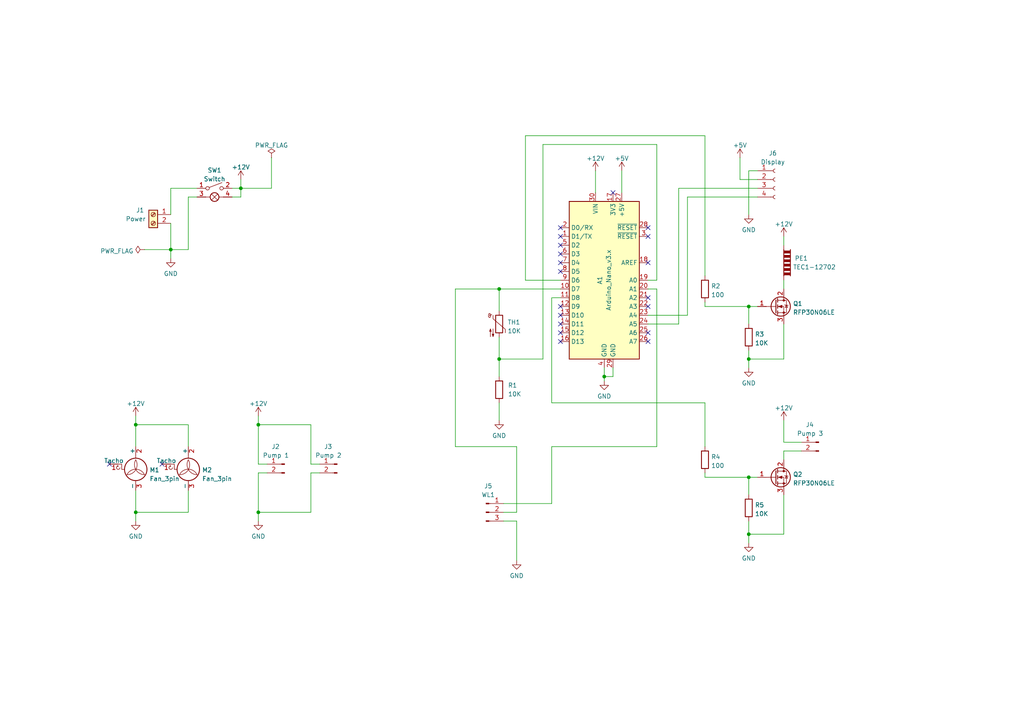
<source format=kicad_sch>
(kicad_sch (version 20211123) (generator eeschema)
  (paper "A4")
  (title_block (title "Atmospheric Water Generator") (date "2022-10-13") (rev "1"))
  (lib_symbols
    (symbol "Connector:Conn_01x02_Male" (pin_names (offset 1.016) hide)
      (property "Reference" "J" (at 0 2.54 0))
      (property "Value" "Conn_01x02_Male" (at 0 -5.08 0))
      (symbol "Conn_01x02_Male_1_1"
        (polyline (pts (xy 1.27 -2.54) (xy 0.8636 -2.54)) (stroke (width 0.1524)))
        (polyline (pts (xy 1.27 0) (xy 0.8636 0)) (stroke (width 0.1524)))
        (rectangle (start 0.8636 -2.413) (end 0 -2.667) (stroke (width 0.1524)) (fill (type outline)))
        (rectangle (start 0.8636 0.127) (end 0 -0.127) (stroke (width 0.1524)) (fill (type outline)))
        (pin passive line (at 5.08 0 180) (length 3.81) (name "Pin_1") (number "1"))
        (pin passive line (at 5.08 -2.54 180) (length 3.81) (name "Pin_2") (number "2"))
      )
    )
    (symbol "Connector:Conn_01x03_Male" (pin_names (offset 1.016) hide)
      (property "Reference" "J" (at 0 5.08 0))
      (property "Value" "Conn_01x03_Male" (at 0 -5.08 0))
      (symbol "Conn_01x03_Male_1_1"
        (polyline (pts (xy 1.27 -2.54) (xy 0.8636 -2.54)) (stroke (width 0.1524)))
        (polyline (pts (xy 1.27 0) (xy 0.8636 0)) (stroke (width 0.1524)))
        (polyline (pts (xy 1.27 2.54) (xy 0.8636 2.54)) (stroke (width 0.1524)))
        (rectangle (start 0.8636 -2.413) (end 0 -2.667) (stroke (width 0.1524)) (fill (type outline)))
        (rectangle (start 0.8636 0.127) (end 0 -0.127) (stroke (width 0.1524)) (fill (type outline)))
        (rectangle (start 0.8636 2.667) (end 0 2.413) (stroke (width 0.1524)) (fill (type outline)))
        (pin passive line (at 5.08 2.54 180) (length 3.81) (name "Pin_1") (number "1"))
        (pin passive line (at 5.08 0 180) (length 3.81) (name "Pin_2") (number "2"))
        (pin passive line (at 5.08 -2.54 180) (length 3.81) (name "Pin_3") (number "3"))
      )
    )
    (symbol "Connector:Conn_01x04_Female" (pin_names (offset 1.016) hide)
      (property "Reference" "J" (at 0 5.08 0))
      (property "Value" "Conn_01x04_Female" (at 0 -7.62 0))
      (symbol "Conn_01x04_Female_1_1"
        (arc (start 0 -4.572) (mid -0.508 -5.08) (end 0 -5.588) (stroke (width 0.1524)))
        (arc (start 0 -2.032) (mid -0.508 -2.54) (end 0 -3.048) (stroke (width 0.1524)))
        (polyline (pts (xy -1.27 -5.08) (xy -0.508 -5.08)) (stroke (width 0.1524)))
        (polyline (pts (xy -1.27 -2.54) (xy -0.508 -2.54)) (stroke (width 0.1524)))
        (polyline (pts (xy -1.27 0) (xy -0.508 0)) (stroke (width 0.1524)))
        (polyline (pts (xy -1.27 2.54) (xy -0.508 2.54)) (stroke (width 0.1524)))
        (arc (start 0 0.508) (mid -0.508 0) (end 0 -0.508) (stroke (width 0.1524)))
        (arc (start 0 3.048) (mid -0.508 2.54) (end 0 2.032) (stroke (width 0.1524)))
        (pin passive line (at -5.08 2.54 0) (length 3.81) (name "Pin_1") (number "1"))
        (pin passive line (at -5.08 0 0) (length 3.81) (name "Pin_2") (number "2"))
        (pin passive line (at -5.08 -2.54 0) (length 3.81) (name "Pin_3") (number "3"))
        (pin passive line (at -5.08 -5.08 0) (length 3.81) (name "Pin_4") (number "4"))
      )
    )
    (symbol "Connector:Screw_Terminal_01x02" (pin_names (offset 1.016) hide)
      (property "Reference" "J" (at 0 2.54 0))
      (property "Value" "Screw_Terminal_01x02" (at 0 -5.08 0))
      (symbol "Screw_Terminal_01x02_1_1"
        (rectangle (start -1.27 1.27) (end 1.27 -3.81) (stroke (width 0.254)) (fill (type background)))
        (circle (center 0 -2.54) (radius 0.635) (stroke (width 0.1524)))
        (polyline (pts (xy -0.5334 -2.2098) (xy 0.3302 -3.048)) (stroke (width 0.1524)))
        (polyline (pts (xy -0.5334 0.3302) (xy 0.3302 -0.508)) (stroke (width 0.1524)))
        (polyline (pts (xy -0.3556 -2.032) (xy 0.508 -2.8702)) (stroke (width 0.1524)))
        (polyline (pts (xy -0.3556 0.508) (xy 0.508 -0.3302)) (stroke (width 0.1524)))
        (circle (center 0 0) (radius 0.635) (stroke (width 0.1524)))
        (pin passive line (at -5.08 0 0) (length 3.81) (name "Pin_1") (number "1"))
        (pin passive line (at -5.08 -2.54 0) (length 3.81) (name "Pin_2") (number "2"))
      )
    )
    (symbol "Device:PeltierElement" (pin_numbers hide) (pin_names (offset 0))
      (property "Reference" "PE" (at 0 3.175 0))
      (property "Value" "PeltierElement" (at 0 -1.27 0))
      (symbol "PeltierElement_0_1"
        (rectangle (start -3.556 1.905) (end -2.921 0) (fill (type outline)))
        (rectangle (start -2.286 1.905) (end -1.651 0) (fill (type outline)))
        (rectangle (start -0.381 1.905) (end -1.016 0) (fill (type outline)))
        (polyline (pts (xy -3.81 0) (xy 3.81 0)) (stroke (width 0.254)) (fill (type outline)))
        (polyline (pts (xy -3.81 1.905) (xy 3.81 1.905)) (stroke (width 0.254)))
        (rectangle (start 0.889 1.905) (end 0.254 0) (fill (type outline)))
        (rectangle (start 1.524 0) (end 2.159 1.905) (fill (type outline)))
        (rectangle (start 2.794 0) (end 3.429 1.905) (fill (type outline)))
      )
      (symbol "PeltierElement_1_1"
        (pin passive line (at -5.08 0 0) (length 1.27) (name "~") (number "1"))
        (pin passive line (at 5.08 0 180) (length 1.27) (name "~") (number "2"))
      )
    )
    (symbol "Device:Q_NMOS_GDS" (pin_names (offset 0) hide)
      (property "Reference" "Q" (at 5.08 1.27 0))
      (property "Value" "Q_NMOS_GDS" (at 5.08 -1.27 0))
      (symbol "Q_NMOS_GDS_0_1"
        (polyline (pts (xy 0.254 0) (xy -2.54 0)))
        (polyline (pts (xy 0.254 1.905) (xy 0.254 -1.905)) (stroke (width 0.254)))
        (polyline (pts (xy 0.762 -1.27) (xy 0.762 -2.286)) (stroke (width 0.254)))
        (polyline (pts (xy 0.762 0.508) (xy 0.762 -0.508)) (stroke (width 0.254)))
        (polyline (pts (xy 0.762 2.286) (xy 0.762 1.27)) (stroke (width 0.254)))
        (polyline (pts (xy 2.54 2.54) (xy 2.54 1.778)))
        (polyline (pts (xy 2.54 -2.54) (xy 2.54 0) (xy 0.762 0)))
        (polyline (pts (xy 0.762 -1.778) (xy 3.302 -1.778) (xy 3.302 1.778) (xy 0.762 1.778)))
        (polyline (pts (xy 1.016 0) (xy 2.032 0.381) (xy 2.032 -0.381) (xy 1.016 0)) (fill (type outline)))
        (polyline (pts (xy 2.794 0.508) (xy 2.921 0.381) (xy 3.683 0.381) (xy 3.81 0.254)))
        (polyline (pts (xy 3.302 0.381) (xy 2.921 -0.254) (xy 3.683 -0.254) (xy 3.302 0.381)))
        (circle (center 1.651 0) (radius 2.794) (stroke (width 0.254)))
        (circle (center 2.54 -1.778) (radius 0.254) (fill (type outline)))
        (circle (center 2.54 1.778) (radius 0.254) (fill (type outline)))
      )
      (symbol "Q_NMOS_GDS_1_1"
        (pin input line (at -5.08 0 0) (length 2.54) (name "G") (number "1"))
        (pin passive line (at 2.54 5.08 270) (length 2.54) (name "D") (number "2"))
        (pin passive line (at 2.54 -5.08 90) (length 2.54) (name "S") (number "3"))
      )
    )
    (symbol "Device:R" (pin_numbers hide) (pin_names (offset 0))
      (property "Reference" "R" (at 2.032 0 90))
      (property "Value" "R" (at 0 0 90))
      (symbol "R_0_1"
        (rectangle (start -1.016 -2.54) (end 1.016 2.54) (stroke (width 0.254)))
      )
      (symbol "R_1_1"
        (pin passive line (at 0 3.81 270) (length 1.27) (name "~") (number "1"))
        (pin passive line (at 0 -3.81 90) (length 1.27) (name "~") (number "2"))
      )
    )
    (symbol "Device:Thermistor_NTC" (pin_numbers hide) (pin_names (offset 0))
      (property "Reference" "TH" (at -4.445 0 90))
      (property "Value" "Thermistor_NTC" (at 3.175 0 90))
      (symbol "Thermistor_NTC_0_1"
        (arc (start -3.048 2.159) (mid -3.0495 2.3143) (end -3.175 2.413))
        (arc (start -3.048 2.159) (mid -2.9736 1.9794) (end -2.794 1.905))
        (arc (start -3.048 2.794) (mid -2.9736 2.6144) (end -2.794 2.54))
        (arc (start -2.794 1.905) (mid -2.6144 1.9794) (end -2.54 2.159))
        (arc (start -2.794 2.54) (mid -2.4393 2.5587) (end -2.159 2.794))
        (arc (start -2.794 3.048) (mid -2.9736 2.9736) (end -3.048 2.794))
        (arc (start -2.54 2.794) (mid -2.6144 2.9736) (end -2.794 3.048))
        (rectangle (start -1.016 2.54) (end 1.016 -2.54) (stroke (width 0.254)))
        (polyline (pts (xy -2.54 2.159) (xy -2.54 2.794)))
        (polyline (pts (xy -1.778 2.54) (xy -1.778 1.524) (xy 1.778 -1.524) (xy 1.778 -2.54)))
        (polyline (pts (xy -2.54 -3.683) (xy -2.54 -1.397) (xy -2.794 -2.159) (xy -2.286 -2.159) (xy -2.54 -1.397) (xy -2.54 -1.651)) (fill (type outline)))
        (polyline (pts (xy -1.778 -1.397) (xy -1.778 -3.683) (xy -2.032 -2.921) (xy -1.524 -2.921) (xy -1.778 -3.683) (xy -1.778 -3.429)) (fill (type outline)))
      )
      (symbol "Thermistor_NTC_1_1"
        (pin passive line (at 0 3.81 270) (length 1.27) (name "~") (number "1"))
        (pin passive line (at 0 -3.81 90) (length 1.27) (name "~") (number "2"))
      )
    )
    (symbol "MCU_Module:Arduino_Nano_v3.x"
      (property "Reference" "A" (at -10.16 23.495 0))
      (property "Value" "Arduino_Nano_v3.x" (at 5.08 -24.13 0))
      (symbol "Arduino_Nano_v3.x_0_1"
        (rectangle (start -10.16 22.86) (end 10.16 -22.86) (stroke (width 0.254)) (fill (type background)))
      )
      (symbol "Arduino_Nano_v3.x_1_1"
        (pin bidirectional line (at -12.7 12.7 0) (length 2.54) (name "D1/TX") (number "1"))
        (pin bidirectional line (at -12.7 -2.54 0) (length 2.54) (name "D7") (number "10"))
        (pin bidirectional line (at -12.7 -5.08 0) (length 2.54) (name "D8") (number "11"))
        (pin bidirectional line (at -12.7 -7.62 0) (length 2.54) (name "D9") (number "12"))
        (pin bidirectional line (at -12.7 -10.16 0) (length 2.54) (name "D10") (number "13"))
        (pin bidirectional line (at -12.7 -12.7 0) (length 2.54) (name "D11") (number "14"))
        (pin bidirectional line (at -12.7 -15.24 0) (length 2.54) (name "D12") (number "15"))
        (pin bidirectional line (at -12.7 -17.78 0) (length 2.54) (name "D13") (number "16"))
        (pin power_out line (at 2.54 25.4 270) (length 2.54) (name "3V3") (number "17"))
        (pin input line (at 12.7 5.08 180) (length 2.54) (name "AREF") (number "18"))
        (pin bidirectional line (at 12.7 0 180) (length 2.54) (name "A0") (number "19"))
        (pin bidirectional line (at -12.7 15.24 0) (length 2.54) (name "D0/RX") (number "2"))
        (pin bidirectional line (at 12.7 -2.54 180) (length 2.54) (name "A1") (number "20"))
        (pin bidirectional line (at 12.7 -5.08 180) (length 2.54) (name "A2") (number "21"))
        (pin bidirectional line (at 12.7 -7.62 180) (length 2.54) (name "A3") (number "22"))
        (pin bidirectional line (at 12.7 -10.16 180) (length 2.54) (name "A4") (number "23"))
        (pin bidirectional line (at 12.7 -12.7 180) (length 2.54) (name "A5") (number "24"))
        (pin bidirectional line (at 12.7 -15.24 180) (length 2.54) (name "A6") (number "25"))
        (pin bidirectional line (at 12.7 -17.78 180) (length 2.54) (name "A7") (number "26"))
        (pin power_out line (at 5.08 25.4 270) (length 2.54) (name "+5V") (number "27"))
        (pin input line (at 12.7 15.24 180) (length 2.54) (name "~{RESET}") (number "28"))
        (pin power_in line (at 2.54 -25.4 90) (length 2.54) (name "GND") (number "29"))
        (pin input line (at 12.7 12.7 180) (length 2.54) (name "~{RESET}") (number "3"))
        (pin power_in line (at -2.54 25.4 270) (length 2.54) (name "VIN") (number "30"))
        (pin power_in line (at 0 -25.4 90) (length 2.54) (name "GND") (number "4"))
        (pin bidirectional line (at -12.7 10.16 0) (length 2.54) (name "D2") (number "5"))
        (pin bidirectional line (at -12.7 7.62 0) (length 2.54) (name "D3") (number "6"))
        (pin bidirectional line (at -12.7 5.08 0) (length 2.54) (name "D4") (number "7"))
        (pin bidirectional line (at -12.7 2.54 0) (length 2.54) (name "D5") (number "8"))
        (pin bidirectional line (at -12.7 0 0) (length 2.54) (name "D6") (number "9"))
      )
    )
    (symbol "Motor:Fan_3pin" (pin_names (offset 0))
      (property "Reference" "M" (at 2.54 2.54 0))
      (property "Value" "Fan_3pin" (at 2.54 -5.08 0))
      (symbol "Fan_3pin_0_0"
        (arc (start -5.588 -1.016) (mid -5.08 -1.524) (end -4.572 -1.016))
        (arc (start -5.08 -0.508) (mid -5.4392 -0.6568) (end -5.588 -1.016))
        (polyline (pts (xy -5.08 -0.508) (xy -5.334 -0.381)))
        (polyline (pts (xy -5.08 -0.508) (xy -5.207 -0.762)))
        (polyline (pts (xy -4.064 0) (xy -4.064 -1.524) (xy -3.302 -1.524)))
      )
      (symbol "Fan_3pin_0_1"
        (arc (start -2.54 -3.048) (mid 0.0028 -1.6279) (end 0 1.27))
        (circle (center 0 -1.524) (radius 3.2512) (stroke (width 0.254)))
        (polyline (pts (xy -4.064 0) (xy -5.08 0)))
        (polyline (pts (xy 0 -7.62) (xy 0 -7.112)))
        (polyline (pts (xy 0 -4.7752) (xy 0 -5.1816)))
        (polyline (pts (xy 0 1.7272) (xy 0 2.0828)))
        (polyline (pts (xy 0 2.032) (xy 0 2.54)))
        (arc (start 0 1.27) (mid 0.053 -1.619) (end 2.54 -3.048))
        (arc (start 2.54 -3.048) (mid 0 -1.4782) (end -2.54 -3.048))
      )
      (symbol "Fan_3pin_1_1"
        (pin passive line (at -7.62 0 0) (length 2.54) (name "Tacho") (number "1"))
        (pin passive line (at 0 5.08 270) (length 2.54) (name "+") (number "2"))
        (pin passive line (at 0 -7.62 90) (length 2.54) (name "-") (number "3"))
      )
    )
    (symbol "Switch:SW_SPST_Lamp" (pin_names (offset 1.016) hide)
      (property "Reference" "SW" (at 0.635 5.715 0))
      (property "Value" "SW_SPST_Lamp" (at 0 -3.175 0))
      (symbol "SW_SPST_Lamp_0_1"
        (circle (center -2.032 2.54) (radius 0.508))
        (polyline (pts (xy -2.54 0) (xy -1.27 0)))
        (polyline (pts (xy -1.524 2.794) (xy 2.159 4.191)))
        (polyline (pts (xy -0.889 -0.889) (xy 0.889 0.889)))
        (polyline (pts (xy 0.889 -0.889) (xy -0.889 0.889)))
        (polyline (pts (xy 2.54 0) (xy 1.27 0)))
        (circle (center 0 0) (radius 1.27) (stroke (width 0.254)))
        (circle (center 2.032 2.54) (radius 0.508))
        (pin passive line (at -5.08 2.54 0) (length 2.54) (name "1") (number "1"))
        (pin passive line (at 5.08 2.54 180) (length 2.54) (name "2") (number "2"))
        (pin passive line (at -5.08 0 0) (length 2.54) (name "L") (number "3"))
        (pin passive line (at 5.08 0 180) (length 2.54) (name "L") (number "4"))
      )
    )
    (symbol "power:+12V" (power) (pin_names (offset 0))
      (property "Value" "+12V" (at 0 3.556 0))
      (symbol "+12V_0_1"
        (polyline (pts (xy -0.762 1.27) (xy 0 2.54)))
        (polyline (pts (xy 0 0) (xy 0 2.54)))
        (polyline (pts (xy 0 2.54) (xy 0.762 1.27)))
      )
      (symbol "+12V_1_1"
        (pin power_in line (at 0 0 90) (length 0) hide (name "+12V") (number "1"))
      )
    )
    (symbol "power:+5V" (power) (pin_names (offset 0))
      (property "Value" "+5V" (at 0 3.556 0))
      (symbol "+5V_0_1"
        (polyline (pts (xy -0.762 1.27) (xy 0 2.54)))
        (polyline (pts (xy 0 0) (xy 0 2.54)))
        (polyline (pts (xy 0 2.54) (xy 0.762 1.27)))
      )
      (symbol "+5V_1_1"
        (pin power_in line (at 0 0 90) (length 0) hide (name "+5V") (number "1"))
      )
    )
    (symbol "power:GND" (power) (pin_names (offset 0))
      (property "Value" "GND" (at 0 -3.81 0))
      (symbol "GND_0_1"
        (polyline (pts (xy 0 0) (xy 0 -1.27) (xy 1.27 -1.27) (xy 0 -2.54) (xy -1.27 -1.27) (xy 0 -1.27)))
      )
      (symbol "GND_1_1"
        (pin power_in line (at 0 0 270) (length 0) hide (name "GND") (number "1"))
      )
    )
    (symbol "power:PWR_FLAG" (power) (pin_numbers hide) (pin_names (offset 0) hide)
      (property "Value" "PWR_FLAG" (at 0 3.81 0))
      (symbol "PWR_FLAG_0_0"
        (pin power_out line (at 0 0 90) (length 0) (name "pwr") (number "1"))
      )
      (symbol "PWR_FLAG_0_1"
        (polyline (pts (xy 0 0) (xy 0 1.27) (xy -1.016 1.905) (xy 0 2.54) (xy 1.016 1.905) (xy 0 1.27)))
      )
    )
  )
  (junction (at 217.17 154.94))
  (junction (at 49.53 72.39))
  (junction (at 69.85 54.61))
  (junction (at 144.78 104.14))
  (junction (at 39.37 123.19))
  (junction (at 175.26 109.22))
  (junction (at 39.37 148.59))
  (junction (at 74.93 148.59))
  (junction (at 74.93 123.19))
  (junction (at 217.17 138.43))
  (junction (at 144.78 83.82))
  (junction (at 217.17 104.14))
  (junction (at 217.17 88.9))
  (no_connect (at 187.96 96.52))
  (no_connect (at 187.96 88.9))
  (no_connect (at 187.96 99.06))
  (no_connect (at 162.56 91.44))
  (no_connect (at 162.56 93.98))
  (no_connect (at 162.56 88.9))
  (no_connect (at 187.96 66.04))
  (no_connect (at 187.96 86.36))
  (no_connect (at 187.96 68.58))
  (no_connect (at 187.96 76.2))
  (no_connect (at 162.56 73.66))
  (no_connect (at 162.56 76.2))
  (no_connect (at 162.56 78.74))
  (no_connect (at 162.56 68.58))
  (no_connect (at 162.56 96.52))
  (no_connect (at 162.56 99.06))
  (no_connect (at 162.56 71.12))
  (no_connect (at 162.56 66.04))
  (no_connect (at 177.8 55.88))
  (no_connect (at 31.75 134.62))
  (no_connect (at 46.99 134.62))
  (wire (pts (xy 132.08 129.54) (xy 149.86 129.54)))
  (wire (pts (xy 39.37 123.19) (xy 39.37 129.54)))
  (wire (pts (xy 132.08 83.82) (xy 132.08 129.54)))
  (wire (pts (xy 177.8 106.68) (xy 177.8 109.22)))
  (wire (pts (xy 204.47 88.9) (xy 217.17 88.9)))
  (wire (pts (xy 54.61 129.54) (xy 54.61 123.19)))
  (wire (pts (xy 204.47 116.84) (xy 204.47 129.54)))
  (wire (pts (xy 190.5 129.54) (xy 160.02 129.54)))
  (wire (pts (xy 160.02 86.36) (xy 162.56 86.36)))
  (wire (pts (xy 227.33 154.94) (xy 217.17 154.94)))
  (wire (pts (xy 160.02 116.84) (xy 204.47 116.84)))
  (wire (pts (xy 69.85 54.61) (xy 78.74 54.61)))
  (wire (pts (xy 204.47 137.16) (xy 204.47 138.43)))
  (wire (pts (xy 175.26 109.22) (xy 177.8 109.22)))
  (wire (pts (xy 39.37 148.59) (xy 39.37 151.13)))
  (wire (pts (xy 232.41 130.81) (xy 227.33 130.81)))
  (wire (pts (xy 74.93 148.59) (xy 74.93 137.16)))
  (wire (pts (xy 49.53 54.61) (xy 57.15 54.61)))
  (wire (pts (xy 152.4 39.37) (xy 204.47 39.37)))
  (wire (pts (xy 217.17 151.13) (xy 217.17 154.94)))
  (wire (pts (xy 187.96 83.82) (xy 190.5 83.82)))
  (wire (pts (xy 41.91 72.39) (xy 49.53 72.39)))
  (wire (pts (xy 217.17 104.14) (xy 227.33 104.14)))
  (wire (pts (xy 152.4 39.37) (xy 152.4 81.28)))
  (wire (pts (xy 227.33 68.58) (xy 227.33 71.12)))
  (wire (pts (xy 74.93 148.59) (xy 74.93 151.13)))
  (wire (pts (xy 144.78 116.84) (xy 144.78 121.92)))
  (wire (pts (xy 69.85 52.07) (xy 69.85 54.61)))
  (wire (pts (xy 227.33 93.98) (xy 227.33 104.14)))
  (wire (pts (xy 74.93 148.59) (xy 90.17 148.59)))
  (wire (pts (xy 74.93 123.19) (xy 74.93 134.62)))
  (wire (pts (xy 67.31 54.61) (xy 69.85 54.61)))
  (wire (pts (xy 49.53 64.77) (xy 49.53 72.39)))
  (wire (pts (xy 217.17 143.51) (xy 217.17 138.43)))
  (wire (pts (xy 190.5 83.82) (xy 190.5 129.54)))
  (wire (pts (xy 160.02 129.54) (xy 160.02 146.05)))
  (wire (pts (xy 74.93 137.16) (xy 77.47 137.16)))
  (wire (pts (xy 74.93 120.65) (xy 74.93 123.19)))
  (wire (pts (xy 67.31 57.15) (xy 69.85 57.15)))
  (wire (pts (xy 90.17 137.16) (xy 92.71 137.16)))
  (wire (pts (xy 219.71 52.07) (xy 214.63 52.07)))
  (wire (pts (xy 157.48 41.91) (xy 157.48 104.14)))
  (wire (pts (xy 132.08 83.82) (xy 144.78 83.82)))
  (wire (pts (xy 144.78 83.82) (xy 162.56 83.82)))
  (wire (pts (xy 69.85 57.15) (xy 69.85 54.61)))
  (wire (pts (xy 39.37 123.19) (xy 54.61 123.19)))
  (wire (pts (xy 219.71 49.53) (xy 217.17 49.53)))
  (wire (pts (xy 90.17 134.62) (xy 92.71 134.62)))
  (wire (pts (xy 217.17 49.53) (xy 217.17 62.23)))
  (wire (pts (xy 74.93 134.62) (xy 77.47 134.62)))
  (wire (pts (xy 54.61 72.39) (xy 49.53 72.39)))
  (wire (pts (xy 199.39 91.44) (xy 187.96 91.44)))
  (wire (pts (xy 39.37 148.59) (xy 54.61 148.59)))
  (wire (pts (xy 214.63 45.72) (xy 214.63 52.07)))
  (wire (pts (xy 217.17 106.68) (xy 217.17 104.14)))
  (wire (pts (xy 227.33 130.81) (xy 227.33 133.35)))
  (wire (pts (xy 227.33 81.28) (xy 227.33 83.82)))
  (wire (pts (xy 157.48 104.14) (xy 144.78 104.14)))
  (wire (pts (xy 217.17 157.48) (xy 217.17 154.94)))
  (wire (pts (xy 204.47 88.9) (xy 204.47 87.63)))
  (wire (pts (xy 39.37 142.24) (xy 39.37 148.59)))
  (wire (pts (xy 217.17 88.9) (xy 219.71 88.9)))
  (wire (pts (xy 227.33 128.27) (xy 232.41 128.27)))
  (wire (pts (xy 39.37 120.65) (xy 39.37 123.19)))
  (wire (pts (xy 144.78 104.14) (xy 144.78 109.22)))
  (wire (pts (xy 196.85 93.98) (xy 196.85 54.61)))
  (wire (pts (xy 175.26 109.22) (xy 175.26 110.49)))
  (wire (pts (xy 187.96 81.28) (xy 190.5 81.28)))
  (wire (pts (xy 149.86 151.13) (xy 149.86 162.56)))
  (wire (pts (xy 187.96 93.98) (xy 196.85 93.98)))
  (wire (pts (xy 74.93 123.19) (xy 90.17 123.19)))
  (wire (pts (xy 217.17 93.98) (xy 217.17 88.9)))
  (wire (pts (xy 78.74 45.72) (xy 78.74 54.61)))
  (wire (pts (xy 160.02 116.84) (xy 160.02 86.36)))
  (wire (pts (xy 217.17 101.6) (xy 217.17 104.14)))
  (wire (pts (xy 54.61 148.59) (xy 54.61 142.24)))
  (wire (pts (xy 190.5 41.91) (xy 190.5 81.28)))
  (wire (pts (xy 146.05 146.05) (xy 160.02 146.05)))
  (wire (pts (xy 144.78 83.82) (xy 144.78 90.17)))
  (wire (pts (xy 180.34 49.53) (xy 180.34 55.88)))
  (wire (pts (xy 162.56 81.28) (xy 152.4 81.28)))
  (wire (pts (xy 227.33 143.51) (xy 227.33 154.94)))
  (wire (pts (xy 217.17 138.43) (xy 219.71 138.43)))
  (wire (pts (xy 196.85 54.61) (xy 219.71 54.61)))
  (wire (pts (xy 204.47 39.37) (xy 204.47 80.01)))
  (wire (pts (xy 54.61 57.15) (xy 54.61 72.39)))
  (wire (pts (xy 49.53 72.39) (xy 49.53 74.93)))
  (wire (pts (xy 49.53 54.61) (xy 49.53 62.23)))
  (wire (pts (xy 204.47 138.43) (xy 217.17 138.43)))
  (wire (pts (xy 149.86 148.59) (xy 149.86 129.54)))
  (wire (pts (xy 144.78 97.79) (xy 144.78 104.14)))
  (wire (pts (xy 199.39 57.15) (xy 199.39 91.44)))
  (wire (pts (xy 172.72 49.53) (xy 172.72 55.88)))
  (wire (pts (xy 90.17 148.59) (xy 90.17 137.16)))
  (wire (pts (xy 149.86 148.59) (xy 146.05 148.59)))
  (wire (pts (xy 227.33 121.92) (xy 227.33 128.27)))
  (wire (pts (xy 190.5 41.91) (xy 157.48 41.91)))
  (wire (pts (xy 90.17 123.19) (xy 90.17 134.62)))
  (wire (pts (xy 219.71 57.15) (xy 199.39 57.15)))
  (wire (pts (xy 175.26 106.68) (xy 175.26 109.22)))
  (wire (pts (xy 57.15 57.15) (xy 54.61 57.15)))
  (wire (pts (xy 146.05 151.13) (xy 149.86 151.13)))
  (symbol (lib_id "power:GND") (at 74.93 151.13 0) (mirror y) (unit 1)
    (property "Reference" "#PWR08" (effects hide))
    (property "Value" "GND" (at 74.93 155.5734 0))
  )
  (symbol (lib_id "power:GND") (at 149.86 162.56 0) (unit 1)
    (property "Reference" "#PWR0104" (effects hide))
    (property "Value" "GND" (at 149.86 167.0034 0))
  )
  (symbol (lib_id "power:GND") (at 217.17 157.48 0) (mirror y) (unit 1)
    (property "Reference" "#PWR?" (effects hide))
    (property "Value" "GND" (at 217.17 161.9234 0))
  )
  (symbol (lib_id "power:+12V") (at 74.93 120.65 0) (unit 1)
    (property "Reference" "#PWR07" (effects hide))
    (property "Value" "+12V" (at 74.93 117.0742 0))
  )
  (symbol (lib_id "power:+12V") (at 227.33 68.58 0) (unit 1)
    (property "Reference" "#PWR09" (effects hide))
    (property "Value" "+12V" (at 227.33 65.0042 0))
  )
  (symbol (lib_id "power:GND") (at 217.17 106.68 0) (mirror y) (unit 1)
    (property "Reference" "#PWR?" (effects hide))
    (property "Value" "GND" (at 217.17 111.1234 0))
  )
  (symbol (lib_id "Connector:Conn_01x02_Male") (at 97.79 134.62 0) (mirror y) (unit 1)
    (property "Reference" "J3" (at 93.98 129.54 0) (effects (justify right)))
    (property "Value" "Pump 2" (at 91.44 132.08 0) (effects (justify right)))
    (property "Footprint" "Connector_PinHeader_2.54mm:PinHeader_1x02_P2.54mm_Vertical" (effects hide))
  )
  (symbol (lib_id "power:+12V") (at 172.72 49.53 0) (unit 1)
    (property "Reference" "#PWR0106" (effects hide))
    (property "Value" "+12V" (at 172.72 45.9542 0))
  )
  (symbol (lib_id "Device:R") (at 217.17 97.79 0) (unit 1)
    (property "Reference" "R3" (at 218.948 96.9553 0) (effects (justify left)))
    (property "Value" "10K" (at 218.948 99.4922 0) (effects (justify left)))
    (property "Footprint" "Resistor_THT:R_Axial_DIN0204_L3.6mm_D1.6mm_P7.62mm_Horizontal" (effects hide))
  )
  (symbol (lib_id "Motor:Fan_3pin") (at 54.61 134.62 0) (unit 1)
    (property "Reference" "M2" (at 58.6232 136.3253 0) (effects (justify left)))
    (property "Value" "Fan_3pin" (at 58.6232 138.8622 0) (effects (justify left)))
    (property "Footprint" "Connector_Molex:Molex_KK-254_AE-6410-03A_1x03_P2.54mm_Vertical" (effects hide))
    (property "Datasheet" "http://www.hardwarecanucks.com/forum/attachments/new-builds/16287d1330775095-help-chassis-power-fan-connectors-motherboard-asus_p8z68.jpg" (effects hide))
  )
  (symbol (lib_id "MCU_Module:Arduino_Nano_v3.x") (at 175.26 81.28 0) (unit 1)
    (property "Reference" "A1" (at 173.99 82.55 90) (effects (justify left)))
    (property "Value" "Arduino_Nano_v3.x" (at 176.53 90.17 90) (effects (justify left)))
    (property "Footprint" "Module:Arduino_Nano" (effects hide))
    (property "Datasheet" "http://www.mouser.com/pdfdocs/Gravitech_Arduino_Nano3_0.pdf" (effects hide))
  )
  (symbol (lib_id "Connector:Conn_01x02_Male") (at 237.49 128.27 0) (mirror y) (unit 1)
    (property "Reference" "J4" (at 233.68 123.19 0) (effects (justify right)))
    (property "Value" "Pump 3" (at 231.14 125.73 0) (effects (justify right)))
    (property "Footprint" "Connector_PinHeader_2.54mm:PinHeader_1x02_P2.54mm_Vertical" (effects hide))
  )
  (symbol (lib_id "power:+12V") (at 69.85 52.07 0) (unit 1)
    (property "Reference" "#PWR02" (effects hide))
    (property "Value" "+12V" (at 69.85 48.4942 0))
  )
  (symbol (lib_id "Device:R") (at 204.47 83.82 0) (unit 1)
    (property "Reference" "R2" (at 206.248 82.9853 0) (effects (justify left)))
    (property "Value" "100" (at 206.248 85.5222 0) (effects (justify left)))
    (property "Footprint" "Resistor_THT:R_Axial_DIN0204_L3.6mm_D1.6mm_P7.62mm_Horizontal" (effects hide))
  )
  (symbol (lib_id "Device:R") (at 204.47 133.35 180) (unit 1)
    (property "Reference" "R4" (at 206.248 132.5153 0) (effects (justify right)))
    (property "Value" "100" (at 206.248 135.0522 0) (effects (justify right)))
    (property "Footprint" "Resistor_THT:R_Axial_DIN0204_L3.6mm_D1.6mm_P7.62mm_Horizontal" (effects hide))
  )
  (symbol (lib_id "power:+5V") (at 214.63 45.72 0) (mirror y) (unit 1)
    (property "Reference" "#PWR0109" (effects hide))
    (property "Value" "+5V" (at 214.63 42.1442 0))
  )
  (symbol (lib_id "power:PWR_FLAG") (at 78.74 45.72 0) (unit 1)
    (property "Reference" "#FLG02" (effects hide))
    (property "Value" "PWR_FLAG" (at 78.74 42.1442 0))
  )
  (symbol (lib_id "Device:Q_NMOS_GDS") (at 224.79 138.43 0) (unit 1)
    (property "Reference" "Q2" (at 229.997 137.5953 0) (effects (justify left)))
    (property "Value" "RFP30N06LE" (at 229.997 140.1322 0) (effects (justify left)))
    (property "Footprint" "Package_TO_SOT_THT:TO-220-3_Vertical" (effects hide))
  )
  (symbol (lib_id "power:PWR_FLAG") (at 41.91 72.39 90) (unit 1)
    (property "Reference" "#FLG01" (effects hide))
    (property "Value" "PWR_FLAG" (at 38.7351 72.8238 90) (effects (justify left)))
  )
  (symbol (lib_id "Device:Q_NMOS_GDS") (at 224.79 88.9 0) (unit 1)
    (property "Reference" "Q1" (at 229.997 88.0653 0) (effects (justify left)))
    (property "Value" "RFP30N06LE" (at 229.997 90.6022 0) (effects (justify left)))
    (property "Footprint" "Package_TO_SOT_THT:TO-220-3_Vertical" (effects hide))
  )
  (symbol (lib_id "Connector:Screw_Terminal_01x02") (at 44.45 62.23 0) (mirror y) (unit 1)
    (property "Reference" "J1" (at 40.64 60.96 0))
    (property "Value" "Power" (at 39.37 63.5 0))
    (property "Footprint" "TerminalBlock:TerminalBlock_bornier-2_P5.08mm" (effects hide))
  )
  (symbol (lib_id "Connector:Conn_01x02_Male") (at 82.55 134.62 0) (mirror y) (unit 1)
    (property "Reference" "J2" (at 78.74 129.54 0) (effects (justify right)))
    (property "Value" "Pump 1" (at 76.2 132.08 0) (effects (justify right)))
    (property "Footprint" "Connector_PinHeader_2.54mm:PinHeader_1x02_P2.54mm_Vertical" (effects hide))
  )
  (symbol (lib_id "Device:PeltierElement") (at 227.33 76.2 270) (mirror x) (unit 1)
    (property "Reference" "PE1" (at 232.41 74.93 90))
    (property "Value" "TEC1-12702" (at 236.22 77.47 90))
    (property "Footprint" "TerminalBlock:TerminalBlock_bornier-2_P5.08mm" (effects hide))
  )
  (symbol (lib_id "Connector:Conn_01x04_Female") (at 224.79 52.07 0) (unit 1)
    (property "Reference" "J6" (at 224.155 44.45 0))
    (property "Value" "Display" (at 224.155 46.99 0))
    (property "Footprint" "Connector_PinSocket_2.54mm:PinSocket_1x04_P2.54mm_Vertical" (effects hide))
  )
  (symbol (lib_id "Switch:SW_SPST_Lamp") (at 62.23 57.15 0) (unit 1)
    (property "Reference" "SW1" (at 62.23 49.3862 0))
    (property "Value" "Switch" (at 62.23 51.9231 0))
    (property "Footprint" "Connector_PinHeader_2.54mm:PinHeader_1x03_P2.54mm_Vertical" (effects hide))
  )
  (symbol (lib_id "power:+5V") (at 180.34 49.53 0) (unit 1)
    (property "Reference" "#PWR0107" (effects hide))
    (property "Value" "+5V" (at 180.34 45.9542 0))
  )
  (symbol (lib_id "power:+12V") (at 227.33 121.92 0) (unit 1)
    (property "Reference" "#PWR0102" (effects hide))
    (property "Value" "+12V" (at 227.33 118.3442 0))
  )
  (symbol (lib_id "power:+12V") (at 39.37 120.65 0) (unit 1)
    (property "Reference" "#PWR0101" (effects hide))
    (property "Value" "+12V" (at 39.37 117.0742 0))
  )
  (symbol (lib_id "Device:Thermistor_NTC") (at 144.78 93.98 0) (unit 1)
    (property "Reference" "TH1" (at 147.193 93.4628 0) (effects (justify left)))
    (property "Value" "10K" (at 147.193 95.9997 0) (effects (justify left)))
    (property "Footprint" "Connector_PinHeader_2.54mm:PinHeader_1x02_P2.54mm_Vertical" (effects hide))
  )
  (symbol (lib_id "power:GND") (at 144.78 121.92 0) (mirror y) (unit 1)
    (property "Reference" "#PWR0103" (effects hide))
    (property "Value" "GND" (at 144.78 126.3634 0))
  )
  (symbol (lib_id "Device:R") (at 144.78 113.03 0) (unit 1)
    (property "Reference" "R1" (at 147.32 111.7599 0) (effects (justify left)))
    (property "Value" "10K" (at 147.32 114.2999 0) (effects (justify left)))
    (property "Footprint" "Resistor_THT:R_Axial_DIN0204_L3.6mm_D1.6mm_P7.62mm_Horizontal" (effects hide))
  )
  (symbol (lib_id "Connector:Conn_01x03_Male") (at 140.97 148.59 0) (unit 1)
    (property "Reference" "J5" (at 141.605 140.97 0))
    (property "Value" "WL1" (at 141.605 143.51 0))
    (property "Footprint" "Connector_PinHeader_2.54mm:PinHeader_1x03_P2.54mm_Vertical" (effects hide))
  )
  (symbol (lib_id "Device:R") (at 217.17 147.32 0) (unit 1)
    (property "Reference" "R5" (at 218.948 146.4853 0) (effects (justify left)))
    (property "Value" "10K" (at 218.948 149.0222 0) (effects (justify left)))
    (property "Footprint" "Resistor_THT:R_Axial_DIN0204_L3.6mm_D1.6mm_P7.62mm_Horizontal" (effects hide))
  )
  (symbol (lib_id "power:GND") (at 49.53 74.93 0) (mirror y) (unit 1)
    (property "Reference" "#PWR01" (effects hide))
    (property "Value" "GND" (at 49.53 79.3734 0))
  )
  (symbol (lib_id "power:GND") (at 217.17 62.23 0) (unit 1)
    (property "Reference" "#PWR?" (effects hide))
    (property "Value" "GND" (at 217.17 66.6734 0))
  )
  (symbol (lib_id "Motor:Fan_3pin") (at 39.37 134.62 0) (unit 1)
    (property "Reference" "M1" (at 43.3832 136.3253 0) (effects (justify left)))
    (property "Value" "Fan_3pin" (at 43.3832 138.8622 0) (effects (justify left)))
    (property "Footprint" "Connector_Molex:Molex_KK-254_AE-6410-03A_1x03_P2.54mm_Vertical" (effects hide))
    (property "Datasheet" "http://www.hardwarecanucks.com/forum/attachments/new-builds/16287d1330775095-help-chassis-power-fan-connectors-motherboard-asus_p8z68.jpg" (effects hide))
  )
  (symbol (lib_id "power:GND") (at 175.26 110.49 0) (mirror y) (unit 1)
    (property "Reference" "#PWR?" (effects hide))
    (property "Value" "GND" (at 175.26 114.9334 0))
  )
  (symbol (lib_id "power:GND") (at 39.37 151.13 0) (mirror y) (unit 1)
    (property "Reference" "#PWR05" (effects hide))
    (property "Value" "GND" (at 39.37 155.5734 0))
  )
)
</source>
